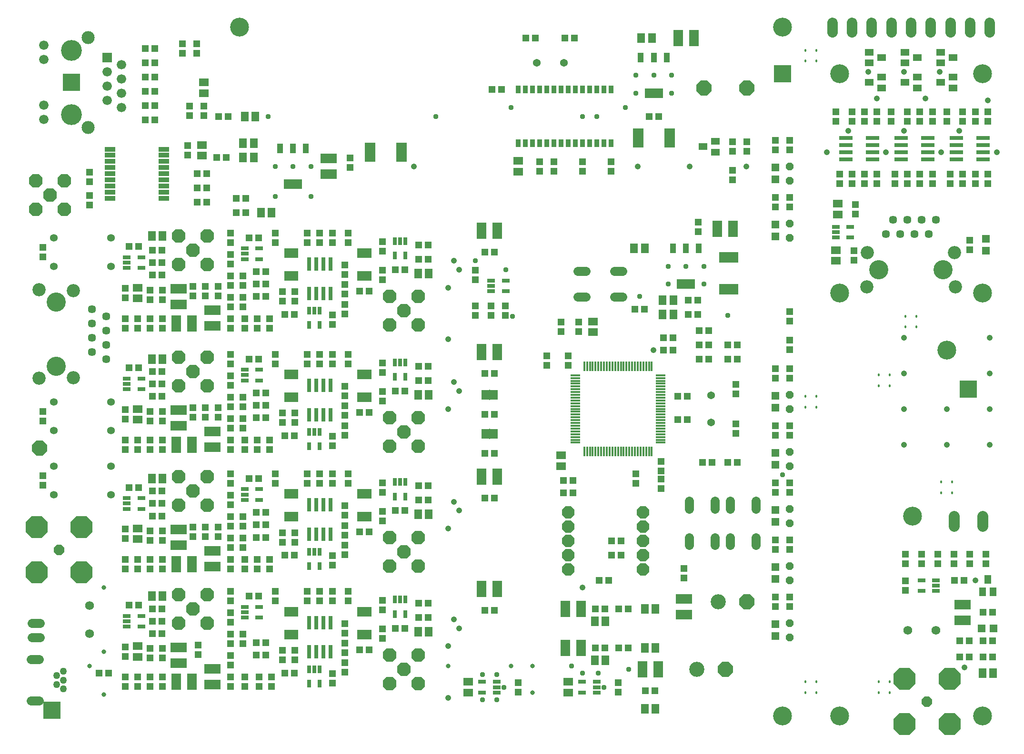
<source format=gbr>
G04 EAGLE Gerber RS-274X export*
G75*
%MOMM*%
%FSLAX34Y34*%
%LPD*%
%INSoldermask Top*%
%IPPOS*%
%AMOC8*
5,1,8,0,0,1.08239X$1,22.5*%
G01*
%ADD10C,3.352400*%
%ADD11C,0.457200*%
%ADD12R,1.252400X1.152400*%
%ADD13C,1.358800*%
%ADD14C,2.336800*%
%ADD15C,1.447800*%
%ADD16C,3.403600*%
%ADD17R,1.152400X1.252400*%
%ADD18R,1.473200X0.711200*%
%ADD19R,2.852400X1.752400*%
%ADD20R,1.652400X1.452400*%
%ADD21R,0.482600X1.676400*%
%ADD22R,1.752400X2.852400*%
%ADD23P,2.011947X8X22.500000*%
%ADD24P,4.288862X8X22.500000*%
%ADD25R,1.352400X0.752400*%
%ADD26R,1.352400X0.702400*%
%ADD27R,0.752400X2.352400*%
%ADD28P,2.639300X8X22.500000*%
%ADD29R,0.752400X1.352400*%
%ADD30R,1.452400X1.652400*%
%ADD31R,0.711200X1.473200*%
%ADD32C,1.676400*%
%ADD33C,2.311400*%
%ADD34R,1.676400X1.676400*%
%ADD35C,3.708400*%
%ADD36R,0.914400X1.422400*%
%ADD37C,1.371600*%
%ADD38P,2.914227X8X202.500000*%
%ADD39C,1.574800*%
%ADD40C,1.258800*%
%ADD41P,1.484606X8X292.500000*%
%ADD42R,3.048000X3.048000*%
%ADD43R,1.752400X0.452400*%
%ADD44R,0.452400X1.752400*%
%ADD45P,2.364373X8X292.500000*%
%ADD46R,1.352400X1.352400*%
%ADD47R,1.320800X1.752600*%
%ADD48R,0.152400X1.828800*%
%ADD49P,2.011947X8X292.500000*%
%ADD50P,4.288862X8X292.500000*%
%ADD51C,1.955800*%
%ADD52R,1.152400X1.552400*%
%ADD53R,2.336800X0.711200*%
%ADD54C,1.852400*%
%ADD55R,1.552400X1.152400*%
%ADD56R,0.990600X1.752600*%
%ADD57R,3.251200X1.752600*%
%ADD58R,1.952400X3.352400*%
%ADD59R,3.352400X1.952400*%
%ADD60R,1.952400X0.952400*%
%ADD61R,1.952400X0.852400*%
%ADD62C,2.692400*%
%ADD63P,2.914227X8X22.500000*%
%ADD64C,1.574800*%
%ADD65C,0.957200*%
%ADD66C,0.807200*%
%ADD67C,1.057200*%
%ADD68C,1.066800*%


D10*
X1346200Y1263650D03*
X1346200Y38100D03*
X381000Y1263650D03*
X1577975Y393700D03*
X1701800Y38100D03*
X1701800Y790575D03*
X1447800Y790575D03*
X1701800Y1181100D03*
X1447800Y1181100D03*
D11*
X1565275Y749300D03*
X1584325Y749300D03*
X1584325Y730250D03*
X1565275Y730250D03*
X1387475Y606425D03*
X1387475Y587375D03*
X1406525Y587375D03*
X1406525Y606425D03*
X1628775Y434975D03*
X1647825Y434975D03*
X1647825Y454025D03*
X1628775Y454025D03*
X1387475Y98425D03*
X1387475Y79375D03*
X1406525Y79375D03*
X1406525Y98425D03*
X1517650Y98425D03*
X1517650Y79375D03*
X1536700Y79375D03*
X1536700Y98425D03*
X1387475Y1222375D03*
X1387475Y1203325D03*
X1406525Y1203325D03*
X1406525Y1222375D03*
D10*
X1638300Y688975D03*
D11*
X1536700Y644525D03*
X1517650Y644525D03*
X1517650Y625475D03*
X1536700Y625475D03*
D10*
X1447800Y38100D03*
D12*
X131200Y114300D03*
X148200Y114300D03*
X177800Y89925D03*
X177800Y106925D03*
D13*
X152400Y889000D03*
X50800Y889000D03*
X152400Y838200D03*
X50800Y838200D03*
X152400Y596900D03*
X50800Y596900D03*
X152400Y546100D03*
X50800Y546100D03*
X152400Y482600D03*
X50800Y482600D03*
X152400Y431800D03*
X50800Y431800D03*
D14*
X25083Y796290D03*
X25083Y638810D03*
D15*
X144463Y698500D03*
X119063Y711200D03*
X144463Y723900D03*
X119063Y736600D03*
X144463Y749300D03*
X119063Y762000D03*
X119063Y685800D03*
X144463Y673100D03*
D16*
X55563Y774700D03*
X55563Y660400D03*
D12*
X31750Y855100D03*
X31750Y872100D03*
X31750Y563000D03*
X31750Y580000D03*
X31750Y448700D03*
X31750Y465700D03*
X177800Y745100D03*
X177800Y728100D03*
X177800Y529200D03*
X177800Y512200D03*
X177800Y316475D03*
X177800Y299475D03*
X200025Y728100D03*
X200025Y745100D03*
D17*
X244475Y795900D03*
X244475Y778900D03*
X298450Y802250D03*
X298450Y785250D03*
X390525Y728100D03*
X390525Y745100D03*
D12*
X410600Y806450D03*
X427600Y806450D03*
D17*
X410600Y784225D03*
X427600Y784225D03*
D18*
X838454Y79502D03*
X838454Y88900D03*
X838454Y98298D03*
X812546Y98298D03*
X812546Y79502D03*
D19*
X1171575Y245775D03*
X1171575Y217775D03*
D20*
X787400Y79400D03*
X787400Y98400D03*
D17*
X365125Y804300D03*
X365125Y821300D03*
D12*
X365125Y897500D03*
X365125Y880500D03*
D17*
X365125Y859400D03*
X365125Y842400D03*
D12*
X387350Y804300D03*
X387350Y821300D03*
X397900Y889000D03*
X414900Y889000D03*
D21*
X463169Y821055D03*
X467995Y821055D03*
X473075Y821055D03*
X478155Y821055D03*
X482981Y821055D03*
X482981Y861695D03*
X478155Y861695D03*
X473075Y861695D03*
X467995Y861695D03*
X463169Y861695D03*
D17*
X479425Y792725D03*
X479425Y775725D03*
X444500Y897500D03*
X444500Y880500D03*
D19*
X273050Y798225D03*
X273050Y770225D03*
D22*
X268575Y736600D03*
X296575Y736600D03*
D23*
X60325Y333375D03*
D24*
X100410Y373460D03*
X20240Y373460D03*
X20240Y293290D03*
X100410Y293290D03*
D17*
X457200Y775725D03*
X457200Y792725D03*
D12*
X397900Y250825D03*
X414900Y250825D03*
D21*
X463169Y182880D03*
X467995Y182880D03*
X473075Y182880D03*
X478155Y182880D03*
X482981Y182880D03*
X482981Y223520D03*
X478155Y223520D03*
X473075Y223520D03*
X467995Y223520D03*
X463169Y223520D03*
D17*
X457200Y137550D03*
X457200Y154550D03*
X410600Y828675D03*
X427600Y828675D03*
D12*
X387350Y766200D03*
X387350Y783200D03*
X320675Y785250D03*
X320675Y802250D03*
D17*
X342900Y785250D03*
X342900Y802250D03*
X461400Y752475D03*
X478400Y752475D03*
X244475Y580000D03*
X244475Y563000D03*
X298450Y586350D03*
X298450Y569350D03*
X390525Y512200D03*
X390525Y529200D03*
D12*
X410600Y590550D03*
X427600Y590550D03*
D17*
X410600Y568325D03*
X427600Y568325D03*
X365125Y588400D03*
X365125Y605400D03*
D12*
X365125Y681600D03*
X365125Y664600D03*
D17*
X365125Y643500D03*
X365125Y626500D03*
D12*
X387350Y588400D03*
X387350Y605400D03*
D17*
X444500Y681600D03*
X444500Y664600D03*
D21*
X463169Y605155D03*
X467995Y605155D03*
X473075Y605155D03*
X478155Y605155D03*
X482981Y605155D03*
X482981Y645795D03*
X478155Y645795D03*
X473075Y645795D03*
X467995Y645795D03*
X463169Y645795D03*
D12*
X397900Y673100D03*
X414900Y673100D03*
D19*
X273050Y582325D03*
X273050Y554325D03*
D22*
X268575Y520700D03*
X296575Y520700D03*
D17*
X457200Y559825D03*
X457200Y576825D03*
X410600Y612775D03*
X427600Y612775D03*
D12*
X387350Y550300D03*
X387350Y567300D03*
X320675Y569350D03*
X320675Y586350D03*
D17*
X342900Y569350D03*
X342900Y586350D03*
X461400Y536575D03*
X478400Y536575D03*
D12*
X200025Y299475D03*
X200025Y316475D03*
D17*
X244475Y367275D03*
X244475Y350275D03*
X298450Y373625D03*
X298450Y356625D03*
X390525Y299475D03*
X390525Y316475D03*
D12*
X410600Y377825D03*
X427600Y377825D03*
D17*
X410600Y355600D03*
X427600Y355600D03*
X365125Y375675D03*
X365125Y392675D03*
D12*
X365125Y468875D03*
X365125Y451875D03*
D17*
X365125Y430775D03*
X365125Y413775D03*
D12*
X387350Y375675D03*
X387350Y392675D03*
D17*
X444500Y468875D03*
X444500Y451875D03*
D21*
X463169Y392430D03*
X467995Y392430D03*
X473075Y392430D03*
X478155Y392430D03*
X482981Y392430D03*
X482981Y433070D03*
X478155Y433070D03*
X473075Y433070D03*
X467995Y433070D03*
X463169Y433070D03*
D12*
X397900Y460375D03*
X414900Y460375D03*
D19*
X273050Y369600D03*
X273050Y341600D03*
D22*
X268575Y307975D03*
X296575Y307975D03*
D17*
X457200Y347100D03*
X457200Y364100D03*
X410600Y400050D03*
X427600Y400050D03*
D12*
X387350Y337575D03*
X387350Y354575D03*
X320675Y356625D03*
X320675Y373625D03*
D17*
X342900Y356625D03*
X342900Y373625D03*
D12*
X523875Y468875D03*
X523875Y451875D03*
X200025Y89925D03*
X200025Y106925D03*
D17*
X244475Y157725D03*
X244475Y140725D03*
X307975Y164075D03*
X307975Y147075D03*
X390525Y89925D03*
X390525Y106925D03*
D12*
X365125Y128025D03*
X365125Y145025D03*
D17*
X365125Y166125D03*
X365125Y183125D03*
D12*
X365125Y259325D03*
X365125Y242325D03*
D17*
X365125Y221225D03*
X365125Y204225D03*
D12*
X387350Y166125D03*
X387350Y183125D03*
D17*
X444500Y259325D03*
X444500Y242325D03*
D21*
X593344Y182880D03*
X598170Y182880D03*
X603250Y182880D03*
X608330Y182880D03*
X613156Y182880D03*
X613156Y223520D03*
X608330Y223520D03*
X603250Y223520D03*
X598170Y223520D03*
X593344Y223520D03*
D17*
X635000Y243450D03*
X635000Y226450D03*
X574675Y259325D03*
X574675Y242325D03*
D19*
X273050Y160050D03*
X273050Y132050D03*
D22*
X268575Y98425D03*
X296575Y98425D03*
D17*
X635000Y175650D03*
X635000Y192650D03*
X594750Y155575D03*
X611750Y155575D03*
D12*
X365125Y567300D03*
X365125Y550300D03*
X365125Y783200D03*
X365125Y766200D03*
X365125Y354575D03*
X365125Y337575D03*
X800100Y767325D03*
X800100Y750325D03*
D25*
X854435Y812775D03*
X854435Y793775D03*
X828315Y812775D03*
X828315Y803275D03*
X828315Y793775D03*
D12*
X800100Y830825D03*
X800100Y813825D03*
X854075Y750325D03*
X854075Y767325D03*
D17*
X828675Y767325D03*
X828675Y750325D03*
D12*
X410600Y168275D03*
X427600Y168275D03*
D17*
X410600Y146050D03*
X427600Y146050D03*
D12*
X523875Y259325D03*
X523875Y242325D03*
D21*
X593344Y392430D03*
X598170Y392430D03*
X603250Y392430D03*
X608330Y392430D03*
X613156Y392430D03*
X613156Y433070D03*
X608330Y433070D03*
X603250Y433070D03*
X598170Y433070D03*
X593344Y433070D03*
D17*
X635000Y453000D03*
X635000Y436000D03*
X574675Y468875D03*
X574675Y451875D03*
X635000Y385200D03*
X635000Y402200D03*
X594750Y365125D03*
X611750Y365125D03*
D21*
X593344Y605155D03*
X598170Y605155D03*
X603250Y605155D03*
X608330Y605155D03*
X613156Y605155D03*
X613156Y645795D03*
X608330Y645795D03*
X603250Y645795D03*
X598170Y645795D03*
X593344Y645795D03*
D17*
X635000Y665725D03*
X635000Y648725D03*
X574675Y681600D03*
X574675Y664600D03*
X635000Y597925D03*
X635000Y614925D03*
X594750Y577850D03*
X611750Y577850D03*
D21*
X593344Y821055D03*
X598170Y821055D03*
X603250Y821055D03*
X608330Y821055D03*
X613156Y821055D03*
X613156Y861695D03*
X608330Y861695D03*
X603250Y861695D03*
X598170Y861695D03*
X593344Y861695D03*
D17*
X635000Y881625D03*
X635000Y864625D03*
X574675Y897500D03*
X574675Y880500D03*
X635000Y813825D03*
X635000Y830825D03*
X594750Y793750D03*
X611750Y793750D03*
X222250Y728100D03*
X222250Y745100D03*
D12*
X244475Y745100D03*
X244475Y728100D03*
D17*
X222250Y512200D03*
X222250Y529200D03*
D12*
X244475Y529200D03*
X244475Y512200D03*
D17*
X222250Y299475D03*
X222250Y316475D03*
X222250Y89925D03*
X222250Y106925D03*
D12*
X244475Y316475D03*
X244475Y299475D03*
X244475Y106925D03*
X244475Y89925D03*
X177800Y143900D03*
X177800Y160900D03*
X177800Y353450D03*
X177800Y370450D03*
X177800Y566175D03*
X177800Y583175D03*
X177800Y782075D03*
X177800Y799075D03*
X434975Y728100D03*
X434975Y745100D03*
X434975Y512200D03*
X434975Y529200D03*
X434975Y299475D03*
X434975Y316475D03*
X438150Y89925D03*
X438150Y106925D03*
X1358900Y232800D03*
X1358900Y249800D03*
X568325Y624450D03*
X568325Y607450D03*
X568325Y411725D03*
X568325Y394725D03*
X568325Y202175D03*
X568325Y185175D03*
X568325Y840350D03*
X568325Y823350D03*
D26*
X390225Y654025D03*
X390225Y644525D03*
X390225Y635025D03*
X416225Y635025D03*
X416225Y654025D03*
X390225Y441300D03*
X390225Y431800D03*
X390225Y422300D03*
X416225Y422300D03*
X416225Y441300D03*
X390225Y231750D03*
X390225Y222250D03*
X390225Y212750D03*
X416225Y212750D03*
X416225Y231750D03*
X390225Y869925D03*
X390225Y860425D03*
X390225Y850925D03*
X416225Y850925D03*
X416225Y869925D03*
D27*
X542925Y841975D03*
X530225Y841975D03*
X517525Y841975D03*
X504825Y841975D03*
X504825Y789975D03*
X517525Y789975D03*
X530225Y789975D03*
X542925Y789975D03*
D17*
X501650Y880500D03*
X501650Y897500D03*
X568325Y788425D03*
X568325Y805425D03*
X546100Y897500D03*
X546100Y880500D03*
X568325Y753500D03*
X568325Y770500D03*
X479425Y576825D03*
X479425Y559825D03*
D27*
X542925Y626075D03*
X530225Y626075D03*
X517525Y626075D03*
X504825Y626075D03*
X504825Y574075D03*
X517525Y574075D03*
X530225Y574075D03*
X542925Y574075D03*
D17*
X501650Y664600D03*
X501650Y681600D03*
X568325Y572525D03*
X568325Y589525D03*
X546100Y681600D03*
X546100Y664600D03*
X568325Y537600D03*
X568325Y554600D03*
X479425Y364100D03*
X479425Y347100D03*
D27*
X542925Y413350D03*
X530225Y413350D03*
X517525Y413350D03*
X504825Y413350D03*
X504825Y361350D03*
X517525Y361350D03*
X530225Y361350D03*
X542925Y361350D03*
D17*
X501650Y451875D03*
X501650Y468875D03*
X568325Y359800D03*
X568325Y376800D03*
X546100Y468875D03*
X546100Y451875D03*
X568325Y324875D03*
X568325Y341875D03*
X479425Y154550D03*
X479425Y137550D03*
D27*
X542925Y203800D03*
X530225Y203800D03*
X517525Y203800D03*
X504825Y203800D03*
X504825Y151800D03*
X517525Y151800D03*
X530225Y151800D03*
X542925Y151800D03*
D17*
X501650Y242325D03*
X501650Y259325D03*
X568325Y150250D03*
X568325Y167250D03*
X546100Y259325D03*
X546100Y242325D03*
X568325Y115325D03*
X568325Y132325D03*
X226450Y866775D03*
X243450Y866775D03*
D28*
X273050Y841375D03*
X323850Y841375D03*
X298450Y866775D03*
X273050Y892175D03*
X323850Y892175D03*
D12*
X523875Y897500D03*
X523875Y880500D03*
X523875Y681600D03*
X523875Y664600D03*
D17*
X461400Y114300D03*
X478400Y114300D03*
X461400Y323850D03*
X478400Y323850D03*
X1054100Y97400D03*
X1054100Y80400D03*
X412750Y745100D03*
X412750Y728100D03*
X412750Y529200D03*
X412750Y512200D03*
X412750Y316475D03*
X412750Y299475D03*
X415925Y106925D03*
X415925Y89925D03*
D25*
X206735Y854050D03*
X206735Y835050D03*
X180615Y854050D03*
X180615Y844550D03*
X180615Y835050D03*
D17*
X226450Y822325D03*
X243450Y822325D03*
X226450Y844550D03*
X243450Y844550D03*
X222250Y795900D03*
X222250Y778900D03*
D20*
X200025Y800075D03*
X200025Y781075D03*
D12*
X185175Y873125D03*
X202175Y873125D03*
D17*
X226450Y650875D03*
X243450Y650875D03*
D28*
X273050Y625475D03*
X323850Y625475D03*
X298450Y650875D03*
X273050Y676275D03*
X323850Y676275D03*
D25*
X206735Y638150D03*
X206735Y619150D03*
X180615Y638150D03*
X180615Y628650D03*
X180615Y619150D03*
D17*
X226450Y606425D03*
X243450Y606425D03*
X226450Y628650D03*
X243450Y628650D03*
X222250Y580000D03*
X222250Y563000D03*
D20*
X200025Y584175D03*
X200025Y565175D03*
D12*
X185175Y657225D03*
X202175Y657225D03*
D17*
X226450Y438150D03*
X243450Y438150D03*
D28*
X273050Y412750D03*
X323850Y412750D03*
X298450Y438150D03*
X273050Y463550D03*
X323850Y463550D03*
D25*
X206735Y425425D03*
X206735Y406425D03*
X180615Y425425D03*
X180615Y415925D03*
X180615Y406425D03*
D17*
X226450Y393700D03*
X243450Y393700D03*
X226450Y415925D03*
X243450Y415925D03*
X222250Y367275D03*
X222250Y350275D03*
D20*
X200025Y371450D03*
X200025Y352450D03*
D12*
X185175Y444500D03*
X202175Y444500D03*
D17*
X226450Y228600D03*
X243450Y228600D03*
D28*
X273050Y203200D03*
X323850Y203200D03*
X298450Y228600D03*
X273050Y254000D03*
X323850Y254000D03*
D25*
X206735Y215875D03*
X206735Y196875D03*
X180615Y215875D03*
X180615Y206375D03*
X180615Y196875D03*
D17*
X226450Y184150D03*
X243450Y184150D03*
X226450Y206375D03*
X243450Y206375D03*
X222250Y157725D03*
X222250Y140725D03*
D20*
X200025Y161900D03*
X200025Y142900D03*
D12*
X185175Y234950D03*
X202175Y234950D03*
D17*
X716525Y850900D03*
X699525Y850900D03*
D28*
X647700Y733425D03*
X698500Y733425D03*
X673100Y758825D03*
X647700Y784225D03*
X698500Y784225D03*
D29*
X676250Y856890D03*
X657250Y856890D03*
X676250Y883010D03*
X666750Y883010D03*
X657250Y883010D03*
D30*
X717525Y825500D03*
X698525Y825500D03*
D12*
X658250Y831850D03*
X675250Y831850D03*
D17*
X716525Y635000D03*
X699525Y635000D03*
D28*
X647700Y517525D03*
X698500Y517525D03*
X673100Y542925D03*
X647700Y568325D03*
X698500Y568325D03*
D29*
X676250Y640990D03*
X657250Y640990D03*
X676250Y667110D03*
X666750Y667110D03*
X657250Y667110D03*
D30*
X717525Y609600D03*
X698525Y609600D03*
D12*
X658250Y615950D03*
X675250Y615950D03*
D17*
X716525Y422275D03*
X699525Y422275D03*
D28*
X647700Y304800D03*
X698500Y304800D03*
X673100Y330200D03*
X647700Y355600D03*
X698500Y355600D03*
D29*
X676250Y428265D03*
X657250Y428265D03*
X676250Y454385D03*
X666750Y454385D03*
X657250Y454385D03*
D30*
X717525Y396875D03*
X698525Y396875D03*
D12*
X658250Y403225D03*
X675250Y403225D03*
D17*
X716525Y212725D03*
X699525Y212725D03*
D28*
X647700Y95250D03*
X698500Y95250D03*
X673100Y120650D03*
X647700Y146050D03*
X698500Y146050D03*
D29*
X676250Y218715D03*
X657250Y218715D03*
X676250Y244835D03*
X666750Y244835D03*
X657250Y244835D03*
D30*
X717525Y187325D03*
X698525Y187325D03*
D12*
X658250Y193675D03*
X675250Y193675D03*
D31*
X523748Y758825D03*
X514350Y758825D03*
X504952Y758825D03*
X504952Y733425D03*
X523748Y733425D03*
X523748Y120650D03*
X514350Y120650D03*
X504952Y120650D03*
X504952Y95250D03*
X523748Y95250D03*
X523748Y330200D03*
X514350Y330200D03*
X504952Y330200D03*
X504952Y304800D03*
X523748Y304800D03*
X523748Y542925D03*
X514350Y542925D03*
X504952Y542925D03*
X504952Y517525D03*
X523748Y517525D03*
D12*
X200025Y512200D03*
X200025Y529200D03*
D19*
X333375Y516225D03*
X333375Y544225D03*
D17*
X365125Y512200D03*
X365125Y529200D03*
X365125Y728100D03*
X365125Y745100D03*
D19*
X333375Y732125D03*
X333375Y760125D03*
X333375Y303500D03*
X333375Y331500D03*
D17*
X365125Y299475D03*
X365125Y316475D03*
D19*
X333375Y93950D03*
X333375Y121950D03*
D17*
X365125Y89925D03*
X365125Y106925D03*
D32*
X33020Y1231265D03*
X33020Y1205865D03*
X171450Y1120775D03*
X146050Y1133475D03*
X171450Y1171575D03*
X146050Y1158875D03*
X146050Y1184275D03*
X171450Y1146175D03*
D33*
X111760Y1085215D03*
X111760Y1245235D03*
D34*
X146050Y1209675D03*
D32*
X171450Y1196975D03*
X33020Y1099185D03*
X33020Y1124585D03*
D35*
X82550Y1222375D03*
X82550Y1108075D03*
D36*
X876300Y1057100D03*
X889000Y1057100D03*
X901700Y1057100D03*
X914400Y1057100D03*
X927100Y1057100D03*
X939800Y1057100D03*
X952500Y1057100D03*
X965200Y1057100D03*
X977900Y1057100D03*
X990600Y1057100D03*
X977900Y1152700D03*
X990600Y1152700D03*
X1003300Y1152700D03*
X1016000Y1152700D03*
X1028700Y1152700D03*
X1041400Y1152700D03*
X1041400Y1057100D03*
X1028700Y1057100D03*
X1016000Y1057100D03*
X1003300Y1057100D03*
X965200Y1152700D03*
X952500Y1152700D03*
X939800Y1152700D03*
X927100Y1152700D03*
X914400Y1152700D03*
X901700Y1152700D03*
X889000Y1152700D03*
X876300Y1152700D03*
D12*
X279400Y1217050D03*
X279400Y1234050D03*
X304800Y1217050D03*
X304800Y1234050D03*
D17*
X213750Y1225550D03*
X230750Y1225550D03*
X213750Y1174750D03*
X230750Y1174750D03*
X230750Y1149350D03*
X213750Y1149350D03*
X230750Y1123950D03*
X213750Y1123950D03*
D12*
X990600Y1024500D03*
X990600Y1007500D03*
X1041400Y1007500D03*
X1041400Y1024500D03*
X230750Y1200150D03*
X213750Y1200150D03*
X959875Y1244600D03*
X976875Y1244600D03*
X907025Y1244600D03*
X890025Y1244600D03*
X213750Y1098550D03*
X230750Y1098550D03*
D37*
X909320Y1200150D03*
X957580Y1200150D03*
D28*
X19050Y939800D03*
X69850Y939800D03*
X44450Y965200D03*
X19050Y990600D03*
X69850Y990600D03*
D38*
X1282700Y1155700D03*
X1206500Y1155700D03*
D12*
X1257300Y1008625D03*
X1257300Y991625D03*
X1257300Y1059425D03*
X1257300Y1042425D03*
X1282700Y1059425D03*
X1282700Y1042425D03*
D39*
X24550Y138100D02*
X10326Y138100D01*
X10326Y65100D02*
X24550Y65100D01*
D40*
X55938Y93600D03*
X67938Y101600D03*
X67938Y117600D03*
X67938Y85600D03*
X55938Y109600D03*
D17*
X288925Y1053075D03*
X288925Y1036075D03*
X322825Y977900D03*
X305825Y977900D03*
X322825Y952500D03*
X305825Y952500D03*
D20*
X314325Y1054075D03*
X314325Y1035075D03*
D30*
X1101700Y869950D03*
X1082700Y869950D03*
D19*
X539750Y1030000D03*
X539750Y1002000D03*
D17*
X322825Y1003300D03*
X305825Y1003300D03*
D12*
X829700Y1152525D03*
X846700Y1152525D03*
D30*
X1114400Y1244600D03*
X1095400Y1244600D03*
D22*
X1125250Y120650D03*
X1097250Y120650D03*
D17*
X546100Y113275D03*
X546100Y96275D03*
X546100Y322825D03*
X546100Y305825D03*
X546100Y535550D03*
X546100Y518550D03*
X546100Y751450D03*
X546100Y734450D03*
D41*
X1358900Y203200D03*
X1358900Y177800D03*
X1358900Y304800D03*
X1358900Y279400D03*
X1358900Y406400D03*
X1358900Y381000D03*
X1358900Y508000D03*
X1358900Y482600D03*
X1358900Y609600D03*
X1358900Y584200D03*
D17*
X699525Y876300D03*
X716525Y876300D03*
X699525Y238125D03*
X716525Y238125D03*
X699525Y447675D03*
X716525Y447675D03*
X699525Y660400D03*
X716525Y660400D03*
X577850Y1030850D03*
X577850Y1013850D03*
X876300Y97400D03*
X876300Y80400D03*
D12*
X1119750Y82550D03*
X1102750Y82550D03*
D17*
X1171575Y283600D03*
X1171575Y300600D03*
D12*
X1358900Y639200D03*
X1358900Y656200D03*
X1358900Y537600D03*
X1358900Y554600D03*
X1358900Y436000D03*
X1358900Y453000D03*
X1358900Y334400D03*
X1358900Y351400D03*
D22*
X839500Y685800D03*
X811500Y685800D03*
X839500Y901700D03*
X811500Y901700D03*
X839500Y263525D03*
X811500Y263525D03*
X839500Y463550D03*
X811500Y463550D03*
D12*
X834000Y225425D03*
X817000Y225425D03*
X834000Y863600D03*
X817000Y863600D03*
X834000Y425450D03*
X817000Y425450D03*
X834000Y647700D03*
X817000Y647700D03*
D42*
X47625Y47625D03*
X1346200Y1181100D03*
X82550Y1165225D03*
D30*
X244450Y460375D03*
X225450Y460375D03*
X244450Y250825D03*
X225450Y250825D03*
X244450Y673100D03*
X225450Y673100D03*
X244450Y892175D03*
X225450Y892175D03*
D43*
X1130100Y524200D03*
X1130100Y529200D03*
X1130100Y534200D03*
X1130100Y539200D03*
X1130100Y544200D03*
X1130100Y549200D03*
X1130100Y554200D03*
X1130100Y559200D03*
X1130100Y564200D03*
X1130100Y569200D03*
X1130100Y574200D03*
X1130100Y579200D03*
X1130100Y584200D03*
X1130100Y589200D03*
X1130100Y594200D03*
X1130100Y599200D03*
X1130100Y604200D03*
X1130100Y609200D03*
X1130100Y614200D03*
X1130100Y619200D03*
X1130100Y624200D03*
X1130100Y629200D03*
X1130100Y634200D03*
X1130100Y639200D03*
X1130100Y644200D03*
D44*
X1114100Y660200D03*
X1109100Y660200D03*
X1104100Y660200D03*
X1099100Y660200D03*
X1094100Y660200D03*
X1089100Y660200D03*
X1084100Y660200D03*
X1079100Y660200D03*
X1074100Y660200D03*
X1069100Y660200D03*
X1064100Y660200D03*
X1059100Y660200D03*
X1054100Y660200D03*
X1049100Y660200D03*
X1044100Y660200D03*
X1039100Y660200D03*
X1034100Y660200D03*
X1029100Y660200D03*
X1024100Y660200D03*
X1019100Y660200D03*
X1014100Y660200D03*
X1009100Y660200D03*
X1004100Y660200D03*
X999100Y660200D03*
X994100Y660200D03*
D43*
X978100Y644200D03*
X978100Y639200D03*
X978100Y634200D03*
X978100Y629200D03*
X978100Y624200D03*
X978100Y619200D03*
X978100Y614200D03*
X978100Y609200D03*
X978100Y604200D03*
X978100Y599200D03*
X978100Y594200D03*
X978100Y589200D03*
X978100Y584200D03*
X978100Y579200D03*
X978100Y574200D03*
X978100Y569200D03*
X978100Y564200D03*
X978100Y559200D03*
X978100Y554200D03*
X978100Y549200D03*
X978100Y544200D03*
X978100Y539200D03*
X978100Y534200D03*
X978100Y529200D03*
X978100Y524200D03*
D44*
X994100Y508200D03*
X999100Y508200D03*
X1004100Y508200D03*
X1009100Y508200D03*
X1014100Y508200D03*
X1019100Y508200D03*
X1024100Y508200D03*
X1029100Y508200D03*
X1034100Y508200D03*
X1039100Y508200D03*
X1044100Y508200D03*
X1049100Y508200D03*
X1054100Y508200D03*
X1059100Y508200D03*
X1064100Y508200D03*
X1069100Y508200D03*
X1074100Y508200D03*
X1079100Y508200D03*
X1084100Y508200D03*
X1089100Y508200D03*
X1094100Y508200D03*
X1099100Y508200D03*
X1104100Y508200D03*
X1109100Y508200D03*
X1114100Y508200D03*
D37*
X1219200Y560070D03*
X1219200Y608330D03*
D17*
X1263650Y610625D03*
X1263650Y627625D03*
X1263650Y557775D03*
X1263650Y540775D03*
X1221350Y488950D03*
X1204350Y488950D03*
D39*
X1253744Y355600D02*
X1253744Y341376D01*
X1298956Y341376D02*
X1298956Y355600D01*
X1253744Y406400D02*
X1253744Y420624D01*
X1298956Y420624D02*
X1298956Y406400D01*
D12*
X1248800Y488950D03*
X1265800Y488950D03*
X1358900Y1045600D03*
X1358900Y1062600D03*
X1358900Y944000D03*
X1358900Y961000D03*
D41*
X1358900Y914400D03*
X1358900Y889000D03*
X1358900Y1016000D03*
X1358900Y990600D03*
D12*
X1248800Y698500D03*
X1265800Y698500D03*
X1248800Y673100D03*
X1265800Y673100D03*
X1215000Y698500D03*
X1198000Y698500D03*
X1215000Y673100D03*
X1198000Y673100D03*
D17*
X1198000Y723900D03*
X1215000Y723900D03*
D12*
X1159900Y565150D03*
X1176900Y565150D03*
X1134500Y688975D03*
X1151500Y688975D03*
D17*
X984250Y721750D03*
X984250Y738750D03*
X1130300Y459350D03*
X1130300Y442350D03*
D12*
X973700Y457200D03*
X956700Y457200D03*
X1159900Y606425D03*
X1176900Y606425D03*
D20*
X1009650Y720750D03*
X1009650Y739750D03*
X952500Y501625D03*
X952500Y482625D03*
D12*
X1085850Y451875D03*
X1085850Y468875D03*
D45*
X1098550Y374650D03*
X1098550Y400050D03*
X1098550Y349250D03*
X1098550Y323850D03*
X1098550Y298450D03*
D17*
X1042425Y349250D03*
X1059425Y349250D03*
X1042425Y323850D03*
X1059425Y323850D03*
D12*
X1358900Y690000D03*
X1358900Y707000D03*
X1358900Y740800D03*
X1358900Y757800D03*
D46*
X1333500Y586400D03*
X1333500Y607400D03*
X1333500Y992800D03*
X1333500Y1013800D03*
X1333500Y180000D03*
X1333500Y201000D03*
X1333500Y281600D03*
X1333500Y302600D03*
X1333500Y383200D03*
X1333500Y404200D03*
X1333500Y484800D03*
X1333500Y505800D03*
X1333500Y891200D03*
X1333500Y912200D03*
D12*
X1333500Y232800D03*
X1333500Y249800D03*
X1333500Y334400D03*
X1333500Y351400D03*
X1333500Y436000D03*
X1333500Y453000D03*
X1333500Y944000D03*
X1333500Y961000D03*
X1333500Y1045600D03*
X1333500Y1062600D03*
X1333500Y537600D03*
X1333500Y554600D03*
X1333500Y639200D03*
X1333500Y656200D03*
D39*
X1061974Y783844D02*
X1047750Y783844D01*
X1047750Y829056D02*
X1061974Y829056D01*
X996950Y783844D02*
X982726Y783844D01*
X982726Y829056D02*
X996950Y829056D01*
D17*
X1100700Y762000D03*
X1083700Y762000D03*
X1020200Y279400D03*
X1037200Y279400D03*
D47*
X817880Y609600D03*
X833120Y609600D03*
D48*
X825500Y609600D03*
D47*
X817880Y539750D03*
X833120Y539750D03*
D48*
X825500Y539750D03*
D17*
X834000Y574675D03*
X817000Y574675D03*
X834000Y504825D03*
X817000Y504825D03*
D39*
X1225931Y420624D02*
X1225931Y406400D01*
X1180719Y406400D02*
X1180719Y420624D01*
X1225931Y355600D02*
X1225931Y341376D01*
X1180719Y341376D02*
X1180719Y355600D01*
D49*
X1603375Y63500D03*
D50*
X1643460Y23415D03*
X1643460Y103585D03*
X1563290Y103585D03*
X1563290Y23415D03*
D12*
X1565275Y326000D03*
X1565275Y309000D03*
X1719825Y142875D03*
X1702825Y142875D03*
X1678550Y171450D03*
X1661550Y171450D03*
D17*
X1669025Y279400D03*
X1652025Y279400D03*
X1622425Y309000D03*
X1622425Y326000D03*
X1651000Y326000D03*
X1651000Y309000D03*
D12*
X1593850Y309000D03*
X1593850Y326000D03*
X1679575Y309000D03*
X1679575Y326000D03*
D17*
X1719825Y222250D03*
X1702825Y222250D03*
D51*
X1651000Y375158D02*
X1651000Y393192D01*
X1701800Y393192D02*
X1701800Y375158D01*
D17*
X1565275Y261375D03*
X1565275Y278375D03*
D46*
X1700825Y193675D03*
X1721825Y193675D03*
D19*
X1666875Y208250D03*
X1666875Y236250D03*
D30*
X1720825Y114300D03*
X1701825Y114300D03*
D26*
X1619550Y260375D03*
X1619550Y269875D03*
X1619550Y279375D03*
X1593550Y279375D03*
X1593550Y260375D03*
D17*
X1708150Y326000D03*
X1708150Y309000D03*
D52*
X1711325Y280875D03*
X1720825Y258875D03*
X1701825Y258875D03*
D53*
X1459103Y1066800D03*
X1459103Y1054100D03*
X1459103Y1041400D03*
X1459103Y1028700D03*
X1506347Y1028700D03*
X1506347Y1041400D03*
X1506347Y1054100D03*
X1506347Y1066800D03*
X1557528Y1066800D03*
X1557528Y1054100D03*
X1557528Y1041400D03*
X1557528Y1028700D03*
X1604772Y1028700D03*
X1604772Y1041400D03*
X1604772Y1054100D03*
X1604772Y1066800D03*
X1655953Y1066800D03*
X1655953Y1054100D03*
X1655953Y1041400D03*
X1655953Y1028700D03*
X1703197Y1028700D03*
X1703197Y1041400D03*
X1703197Y1054100D03*
X1703197Y1066800D03*
D14*
X1496060Y801370D03*
X1653540Y801370D03*
D15*
X1593850Y920750D03*
X1581150Y895350D03*
X1568450Y920750D03*
X1555750Y895350D03*
X1543050Y920750D03*
X1530350Y895350D03*
X1606550Y895350D03*
X1619250Y920750D03*
D16*
X1517650Y831850D03*
X1631950Y831850D03*
D17*
X1476375Y931300D03*
X1476375Y948300D03*
D12*
X1514475Y1002275D03*
X1514475Y985275D03*
X1447800Y1002275D03*
X1447800Y985275D03*
X1546225Y1002275D03*
X1546225Y985275D03*
X1612900Y1002275D03*
X1612900Y985275D03*
X1644650Y1002275D03*
X1644650Y985275D03*
X1711325Y1002275D03*
X1711325Y985275D03*
X1470025Y985275D03*
X1470025Y1002275D03*
X1492250Y985275D03*
X1492250Y1002275D03*
X1590675Y985275D03*
X1590675Y1002275D03*
X1568450Y985275D03*
X1568450Y1002275D03*
X1689100Y985275D03*
X1689100Y1002275D03*
X1666875Y985275D03*
X1666875Y1002275D03*
D17*
X1441450Y1096400D03*
X1441450Y1113400D03*
D12*
X1514475Y1096400D03*
X1514475Y1113400D03*
X1492250Y1096400D03*
X1492250Y1113400D03*
D17*
X1539875Y1096400D03*
X1539875Y1113400D03*
X1638300Y1096400D03*
X1638300Y1113400D03*
D12*
X1590675Y1096400D03*
X1590675Y1113400D03*
X1612900Y1096400D03*
X1612900Y1113400D03*
X1689100Y1096400D03*
X1689100Y1113400D03*
X1711325Y1096400D03*
X1711325Y1113400D03*
D54*
X1435075Y1254150D02*
X1435075Y1271150D01*
X1470075Y1271150D02*
X1470075Y1254150D01*
X1505075Y1254150D02*
X1505075Y1271150D01*
X1540075Y1271150D02*
X1540075Y1254150D01*
X1575075Y1254150D02*
X1575075Y1271150D01*
X1610075Y1271150D02*
X1610075Y1254150D01*
X1645075Y1254150D02*
X1645075Y1271150D01*
X1680075Y1271150D02*
X1680075Y1254150D01*
X1715075Y1254150D02*
X1715075Y1271150D01*
D12*
X1679575Y884800D03*
X1679575Y867800D03*
D46*
X1708150Y886800D03*
X1708150Y865800D03*
D12*
X1470025Y1113400D03*
X1470025Y1096400D03*
X1568450Y1113400D03*
X1568450Y1096400D03*
X1666875Y1113400D03*
X1666875Y1096400D03*
D17*
X1473200Y865750D03*
X1473200Y848750D03*
D20*
X1441450Y866750D03*
X1441450Y847750D03*
X1444625Y930300D03*
X1444625Y949300D03*
D18*
X1441196Y907923D03*
X1441196Y898525D03*
X1441196Y889127D03*
X1467104Y889127D03*
X1467104Y907923D03*
D55*
X1585800Y1209675D03*
X1563800Y1200175D03*
X1563800Y1219175D03*
X1500300Y1165225D03*
X1522300Y1174725D03*
X1522300Y1155725D03*
X1522300Y1209675D03*
X1500300Y1200175D03*
X1500300Y1219175D03*
X1627300Y1165225D03*
X1649300Y1174725D03*
X1649300Y1155725D03*
X1649300Y1209675D03*
X1627300Y1200175D03*
X1627300Y1219175D03*
X1563800Y1165225D03*
X1585800Y1174725D03*
X1585800Y1155725D03*
D42*
X1676400Y619125D03*
D55*
X1205025Y1050925D03*
X1227025Y1060425D03*
X1227025Y1041425D03*
D17*
X1678550Y142875D03*
X1661550Y142875D03*
X1719825Y171450D03*
X1702825Y171450D03*
D18*
X1016254Y79502D03*
X1016254Y88900D03*
X1016254Y98298D03*
X990346Y98298D03*
X990346Y79502D03*
D20*
X965200Y79400D03*
X965200Y98400D03*
D56*
X1197864Y870204D03*
X1174750Y870204D03*
X1151636Y870204D03*
D57*
X1174750Y806196D03*
D56*
X1140714Y1209929D03*
X1117600Y1209929D03*
X1094486Y1209929D03*
D57*
X1117600Y1145921D03*
D56*
X499364Y1048004D03*
X476250Y1048004D03*
X453136Y1048004D03*
D57*
X476250Y983996D03*
D22*
X1160750Y1244600D03*
X1188750Y1244600D03*
D12*
X1126100Y1104900D03*
X1109100Y1104900D03*
D22*
X1230600Y904875D03*
X1258600Y904875D03*
D17*
X1196975Y899550D03*
X1196975Y916550D03*
D58*
X669350Y1041400D03*
X613350Y1041400D03*
X1089600Y1066800D03*
X1145600Y1066800D03*
D59*
X1250950Y797500D03*
X1250950Y853500D03*
D30*
X406375Y1057275D03*
X387375Y1057275D03*
D45*
X965200Y374650D03*
X965200Y400050D03*
X965200Y349250D03*
X965200Y323850D03*
X965200Y298450D03*
D39*
X26162Y203200D02*
X11938Y203200D01*
X11938Y177800D02*
X26162Y177800D01*
D60*
X151350Y1035800D03*
X151350Y1024800D03*
X151350Y1013800D03*
X151350Y1002800D03*
X151350Y991800D03*
X151350Y980800D03*
X151350Y969800D03*
D61*
X151350Y959300D03*
X151350Y1046300D03*
D60*
X246350Y1035800D03*
X246350Y1024800D03*
X246350Y1013800D03*
X246350Y1002800D03*
X246350Y991800D03*
X246350Y980800D03*
X246350Y969800D03*
D61*
X246350Y959300D03*
X246350Y1046300D03*
D17*
X114300Y964175D03*
X114300Y947175D03*
D12*
X114300Y988450D03*
X114300Y1005450D03*
D30*
X409550Y1104900D03*
X390550Y1104900D03*
D17*
X360925Y1104900D03*
X343925Y1104900D03*
D12*
X317500Y1122925D03*
X317500Y1105925D03*
D20*
X317500Y1146200D03*
X317500Y1165200D03*
D17*
X292100Y1105925D03*
X292100Y1122925D03*
D30*
X1152500Y777875D03*
X1133500Y777875D03*
D17*
X1195950Y777875D03*
X1178950Y777875D03*
D30*
X1152500Y752475D03*
X1133500Y752475D03*
D17*
X1195950Y752475D03*
X1178950Y752475D03*
D30*
X1120750Y158750D03*
X1101750Y158750D03*
D17*
X1072125Y158750D03*
X1055125Y158750D03*
X1013850Y158750D03*
X1030850Y158750D03*
D22*
X960725Y158750D03*
X988725Y158750D03*
D30*
X1031850Y136525D03*
X1012850Y136525D03*
D17*
X1072125Y228600D03*
X1055125Y228600D03*
D30*
X1120750Y228600D03*
X1101750Y228600D03*
D17*
X1013850Y228600D03*
X1030850Y228600D03*
D22*
X960725Y228600D03*
X988725Y228600D03*
D30*
X1031850Y206375D03*
X1012850Y206375D03*
X1120750Y50800D03*
X1101750Y50800D03*
D62*
X1231900Y241300D03*
D63*
X1282700Y241300D03*
D62*
X1193800Y120650D03*
D63*
X1244600Y120650D03*
D12*
X973700Y434975D03*
X956700Y434975D03*
D17*
X1130300Y474100D03*
X1130300Y491100D03*
D12*
X1134500Y711200D03*
X1151500Y711200D03*
X914400Y1024500D03*
X914400Y1007500D03*
X939800Y1024500D03*
X939800Y1007500D03*
D20*
X876300Y1006500D03*
X876300Y1025500D03*
D30*
X419125Y933450D03*
X438125Y933450D03*
D12*
X375675Y958850D03*
X392675Y958850D03*
D17*
X392675Y933450D03*
X375675Y933450D03*
D30*
X406375Y1031875D03*
X387375Y1031875D03*
D17*
X357750Y1031875D03*
X340750Y1031875D03*
D12*
X927100Y661425D03*
X927100Y678425D03*
X952500Y721750D03*
X952500Y738750D03*
X965200Y661425D03*
X965200Y678425D03*
D64*
X114300Y184550D03*
X114300Y234550D03*
X1618850Y190500D03*
X1568850Y190500D03*
D65*
X1206500Y806450D03*
X1143000Y806450D03*
X1206500Y838200D03*
X1143000Y838200D03*
X1174750Y838200D03*
X812800Y111125D03*
X850900Y88900D03*
X838200Y111125D03*
X990600Y114300D03*
X971550Y127000D03*
X1073150Y120650D03*
X1019175Y114300D03*
D63*
X25400Y514350D03*
D65*
X476250Y1016000D03*
X1117600Y1177925D03*
X1149350Y1177925D03*
X1085850Y1177925D03*
X1149350Y1146175D03*
X1085850Y1146175D03*
X508000Y1016000D03*
X444500Y1016000D03*
X444500Y962025D03*
X508000Y962025D03*
X1028700Y88900D03*
X838200Y66675D03*
X812800Y66675D03*
X1092200Y784225D03*
D14*
X86043Y795020D03*
X86043Y640080D03*
D66*
X139700Y76200D03*
X139700Y266700D03*
X139700Y152400D03*
D67*
X762000Y847725D03*
X762000Y209550D03*
X762000Y419100D03*
X762000Y631825D03*
D65*
X800100Y847725D03*
D67*
X990600Y266700D03*
X1181100Y1016000D03*
X1282400Y1016000D03*
X691575Y1016000D03*
X1089025Y1016000D03*
X752475Y584200D03*
X752475Y161925D03*
X752475Y371475D03*
X752475Y800100D03*
X752475Y708025D03*
X752475Y69850D03*
D66*
X114300Y127000D03*
X752475Y127000D03*
X863600Y127025D03*
X901700Y127000D03*
X901700Y79400D03*
D65*
X1346200Y466725D03*
X866775Y749300D03*
X1248800Y750325D03*
D67*
X771525Y403225D03*
X771525Y615950D03*
X771525Y831850D03*
X771525Y193675D03*
D65*
X854435Y831850D03*
D68*
X1116800Y688975D03*
D67*
X1562100Y711200D03*
X1562100Y647700D03*
X1562100Y584200D03*
X1562100Y520700D03*
X1638300Y520700D03*
X1638300Y584200D03*
X1714500Y711200D03*
X1714500Y647700D03*
X1714500Y584200D03*
X1714500Y520700D03*
D14*
X1497013Y862330D03*
X1652270Y862648D03*
D68*
X1514475Y1136650D03*
X1600200Y1136650D03*
X1711325Y1133475D03*
X1660525Y1079500D03*
X1562100Y1079500D03*
X1463675Y1079500D03*
X1727200Y1041400D03*
X1628775Y1041400D03*
X1530350Y1041400D03*
X1425575Y1041400D03*
X1498600Y1184275D03*
X1562100Y1184275D03*
X1625600Y1184275D03*
X1689100Y279375D03*
X1670050Y123825D03*
D65*
X990600Y1104900D03*
X431800Y1104900D03*
X730250Y1104900D03*
X1066800Y1120775D03*
X863600Y1120775D03*
X1016000Y1104900D03*
M02*

</source>
